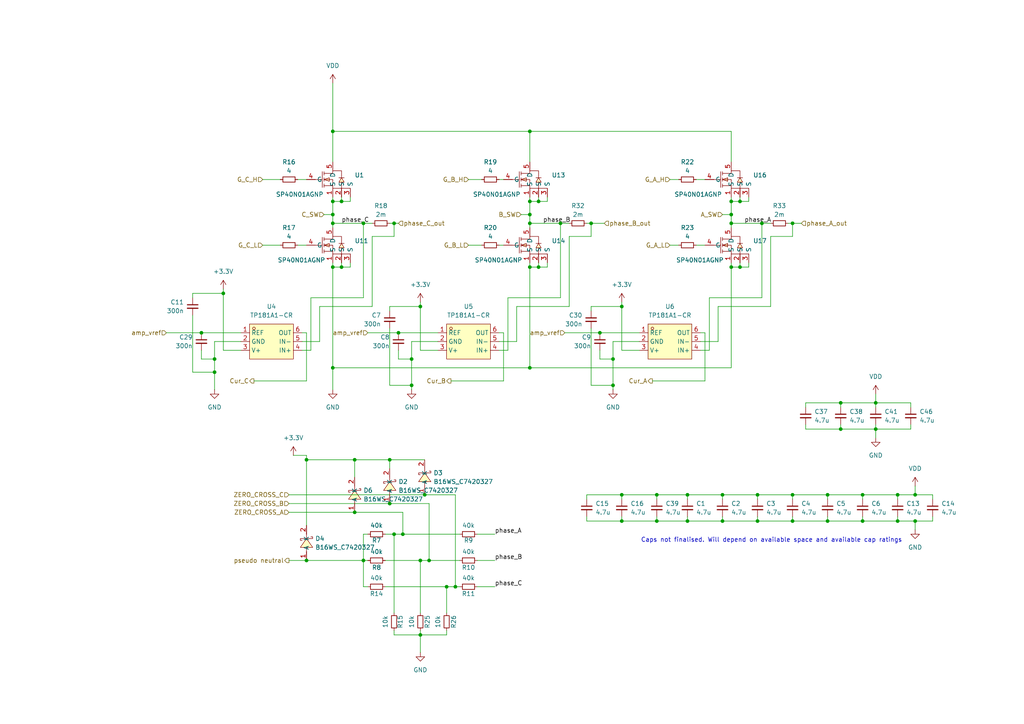
<source format=kicad_sch>
(kicad_sch (version 20231120) (generator "eeschema") (generator_version "8.0")
  (paper "A4")
  (lib_symbols
    (symbol "Device:C_Small" (pin_numbers hide) (pin_names (offset 0.254) hide)
      (property "Reference" "C" (at 0.254 1.778 0))
      (property "Value" "C_Small" (at 0.254 -2.032 0))
      (symbol "C_Small_0_1"
        (polyline (pts (xy -1.524 -0.508) (xy 1.524 -0.508)) (stroke (width 0.3302)))
        (polyline (pts (xy -1.524 0.508) (xy 1.524 0.508)) (stroke (width 0.3048)))
      )
      (symbol "C_Small_1_1"
        (pin passive line (at 0 2.54 270) (length 2.032) (name "~") (number "1"))
        (pin passive line (at 0 -2.54 90) (length 2.032) (name "~") (number "2"))
      )
    )
    (symbol "Device:R_Small" (pin_numbers hide) (pin_names (offset 0.254) hide)
      (property "Reference" "R" (at 0.762 0.508 0))
      (property "Value" "R_Small" (at 0.762 -1.016 0))
      (symbol "R_Small_0_1"
        (rectangle (start -0.762 1.778) (end 0.762 -1.778) (stroke (width 0.2032)))
      )
      (symbol "R_Small_1_1"
        (pin passive line (at 0 2.54 270) (length 0.762) (name "~") (number "1"))
        (pin passive line (at 0 -2.54 90) (length 0.762) (name "~") (number "2"))
      )
    )
    (symbol "easyeda2kicad:B16WS_C7420327"
      (property "Reference" "D" (at 0 5.08 0))
      (property "Value" "B16WS_C7420327" (at 0 -5.08 0))
      (symbol "B16WS_C7420327_0_1"
        (polyline (pts (xy -2.54 0) (xy -1.27 0)))
        (polyline (pts (xy 1.27 0) (xy 2.54 0)))
        (polyline (pts (xy -1.27 -1.78) (xy 1.27 0) (xy -1.27 1.78) (xy -1.27 -1.78)) (fill (type background)))
        (polyline (pts (xy 1.78 -1.27) (xy 1.78 -1.78) (xy 1.27 -1.78) (xy 1.27 1.78) (xy 0.76 1.78) (xy 0.76 1.27)))
        (pin unspecified line (at -5.08 0 0) (length 2.54) (name "A") (number "1"))
        (pin unspecified line (at 5.08 0 180) (length 2.54) (name "K") (number "2"))
      )
    )
    (symbol "easyeda2kicad:SP40N01AGNP"
      (property "Reference" "U" (at 0 10.16 0))
      (property "Value" "SP40N01AGNP" (at 0 -10.16 0))
      (symbol "SP40N01AGNP_0_1"
        (polyline (pts (xy -5.08 0) (xy -3.05 0)))
        (polyline (pts (xy -3.05 2.29) (xy -3.05 -2.29)))
        (polyline (pts (xy -2.54 -2.29) (xy -2.54 -1.27)))
        (polyline (pts (xy -2.54 -0.51) (xy -2.54 0.51)))
        (polyline (pts (xy -2.54 2.29) (xy -2.54 1.27)))
        (polyline (pts (xy 0 -1.78) (xy -2.54 -1.78)))
        (polyline (pts (xy -2.54 0) (xy -1.02 -0.51) (xy -1.02 0.51) (xy -2.54 0)) (fill (type background)))
        (polyline (pts (xy 2.54 0.51) (xy 1.78 -0.76) (xy 3.3 -0.76) (xy 2.54 0.51)) (fill (type background)))
        (polyline (pts (xy 3.3 0.51) (xy 3.05 0.51) (xy 2.03 0.51) (xy 1.78 0.51)))
        (polyline (pts (xy -2.54 0) (xy 0 0) (xy 0 -2.54) (xy 5.08 -2.54) (xy 2.54 -2.54) (xy 2.54 -0.76)))
        (polyline (pts (xy -2.54 1.78) (xy 0 1.78) (xy 0 2.54) (xy 2.54 2.54) (xy 2.54 2.54) (xy 2.54 0.51)))
        (pin unspecified line (at 0 -5.08 90) (length 2.54) (name "S") (number "1"))
        (pin unspecified line (at 2.54 -5.08 90) (length 2.54) (name "S") (number "2"))
        (pin unspecified line (at 5.08 -5.08 90) (length 2.54) (name "S") (number "3"))
        (pin unspecified line (at -7.62 0 0) (length 2.54) (name "G") (number "4"))
        (pin unspecified line (at 0 5.08 270) (length 2.54) (name "D") (number "5"))
      )
    )
    (symbol "easyeda2kicad:TP181A1-CR"
      (property "Reference" "U" (at 0 7.62 0))
      (property "Value" "TP181A1-CR" (at 0 -7.62 0))
      (symbol "TP181A1-CR_0_1"
        (rectangle (start -6.35 5.08) (end 6.35 -5.08) (fill (type background)))
        (circle (center -5.08 3.81) (radius 0.38))
        (pin unspecified line (at -8.89 2.54 0) (length 2.54) (name "REF") (number "1"))
        (pin unspecified line (at -8.89 0 0) (length 2.54) (name "GND") (number "2"))
        (pin unspecified line (at -8.89 -2.54 0) (length 2.54) (name "V+") (number "3"))
        (pin unspecified line (at 8.89 -2.54 180) (length 2.54) (name "IN+") (number "4"))
        (pin unspecified line (at 8.89 0 180) (length 2.54) (name "IN-") (number "5"))
        (pin unspecified line (at 8.89 2.54 180) (length 2.54) (name "OUT") (number "6"))
      )
    )
    (symbol "power:+3.3V" (power) (pin_numbers hide) (pin_names (offset 0) hide)
      (property "Value" "+3.3V" (at 0 3.556 0))
      (symbol "+3.3V_0_1"
        (polyline (pts (xy -0.762 1.27) (xy 0 2.54)))
        (polyline (pts (xy 0 0) (xy 0 2.54)))
        (polyline (pts (xy 0 2.54) (xy 0.762 1.27)))
      )
      (symbol "+3.3V_1_1"
        (pin power_in line (at 0 0 90) (length 0) (name "~") (number "1"))
      )
    )
    (symbol "power:GND" (power) (pin_numbers hide) (pin_names (offset 0) hide)
      (property "Value" "GND" (at 0 -3.81 0))
      (symbol "GND_0_1"
        (polyline (pts (xy 0 0) (xy 0 -1.27) (xy 1.27 -1.27) (xy 0 -2.54) (xy -1.27 -1.27) (xy 0 -1.27)))
      )
      (symbol "GND_1_1"
        (pin power_in line (at 0 0 270) (length 0) (name "~") (number "1"))
      )
    )
    (symbol "power:VDD" (power) (pin_numbers hide) (pin_names (offset 0) hide)
      (property "Value" "VDD" (at 0 3.556 0))
      (symbol "VDD_0_1"
        (polyline (pts (xy -0.762 1.27) (xy 0 2.54)))
        (polyline (pts (xy 0 0) (xy 0 2.54)))
        (polyline (pts (xy 0 2.54) (xy 0.762 1.27)))
      )
      (symbol "VDD_1_1"
        (pin power_in line (at 0 0 90) (length 0) (name "~") (number "1"))
      )
    )
  )
  (junction (at 156.21 58.42))
  (junction (at 209.55 151.13))
  (junction (at 88.9 162.56))
  (junction (at 99.06 58.42))
  (junction (at 102.87 148.59))
  (junction (at 153.67 58.42))
  (junction (at 153.67 62.23))
  (junction (at 212.09 58.42))
  (junction (at 180.34 143.51))
  (junction (at 119.38 111.76))
  (junction (at 243.84 116.84))
  (junction (at 219.71 143.51))
  (junction (at 64.77 85.09))
  (junction (at 260.35 143.51))
  (junction (at 212.09 77.47))
  (junction (at 153.67 64.77))
  (junction (at 220.98 64.77))
  (junction (at 162.56 64.77))
  (junction (at 114.3 154.94))
  (junction (at 254 116.84))
  (junction (at 199.39 143.51))
  (junction (at 173.99 96.52))
  (junction (at 250.19 151.13))
  (junction (at 177.8 111.76))
  (junction (at 250.19 143.51))
  (junction (at 171.45 64.77))
  (junction (at 99.06 77.47))
  (junction (at 96.52 38.1))
  (junction (at 153.67 77.47))
  (junction (at 199.39 151.13))
  (junction (at 119.38 104.14))
  (junction (at 102.87 133.35))
  (junction (at 123.19 143.51))
  (junction (at 212.09 64.77))
  (junction (at 190.5 143.51))
  (junction (at 180.34 151.13))
  (junction (at 212.09 62.23))
  (junction (at 240.03 151.13))
  (junction (at 96.52 106.68))
  (junction (at 113.03 133.35))
  (junction (at 243.84 124.46))
  (junction (at 58.42 96.52))
  (junction (at 96.52 62.23))
  (junction (at 219.71 151.13))
  (junction (at 156.21 77.47))
  (junction (at 121.92 184.15))
  (junction (at 88.9 133.35))
  (junction (at 124.46 162.56))
  (junction (at 240.03 143.51))
  (junction (at 153.67 38.1))
  (junction (at 96.52 58.42))
  (junction (at 190.5 151.13))
  (junction (at 121.92 88.9))
  (junction (at 180.34 88.9))
  (junction (at 229.87 151.13))
  (junction (at 96.52 77.47))
  (junction (at 260.35 151.13))
  (junction (at 214.63 77.47))
  (junction (at 214.63 58.42))
  (junction (at 265.43 151.13))
  (junction (at 116.84 154.94))
  (junction (at 265.43 143.51))
  (junction (at 115.57 96.52))
  (junction (at 62.23 104.14))
  (junction (at 229.87 64.77))
  (junction (at 62.23 107.95))
  (junction (at 254 124.46))
  (junction (at 209.55 143.51))
  (junction (at 113.03 146.05))
  (junction (at 121.92 162.56))
  (junction (at 129.54 170.18))
  (junction (at 114.3 64.77))
  (junction (at 132.08 170.18))
  (junction (at 105.41 162.56))
  (junction (at 177.8 104.14))
  (junction (at 105.41 64.77))
  (junction (at 153.67 106.68))
  (junction (at 229.87 143.51))
  (junction (at 96.52 64.77))
  (wire (pts (xy 209.55 143.51) (xy 219.71 143.51)))
  (wire (pts (xy 64.77 85.09) (xy 64.77 101.6)))
  (wire (pts (xy 233.68 123.19) (xy 233.68 124.46)))
  (wire (pts (xy 93.98 62.23) (xy 96.52 62.23)))
  (wire (pts (xy 111.76 170.18) (xy 129.54 170.18)))
  (wire (pts (xy 55.88 107.95) (xy 62.23 107.95)))
  (wire (pts (xy 88.9 133.35) (xy 102.87 133.35)))
  (wire (pts (xy 243.84 116.84) (xy 243.84 118.11)))
  (wire (pts (xy 121.92 189.23) (xy 121.92 184.15)))
  (wire (pts (xy 105.41 162.56) (xy 105.41 170.18)))
  (wire (pts (xy 113.03 133.35) (xy 113.03 135.89)))
  (wire (pts (xy 153.67 64.77) (xy 153.67 66.04)))
  (wire (pts (xy 55.88 85.09) (xy 64.77 85.09)))
  (wire (pts (xy 199.39 143.51) (xy 199.39 144.78)))
  (wire (pts (xy 212.09 64.77) (xy 212.09 66.04)))
  (wire (pts (xy 138.43 154.94) (xy 143.51 154.94)))
  (wire (pts (xy 194.31 52.07) (xy 196.85 52.07)))
  (wire (pts (xy 264.16 123.19) (xy 264.16 124.46)))
  (wire (pts (xy 212.09 57.15) (xy 212.09 58.42)))
  (wire (pts (xy 111.76 162.56) (xy 121.92 162.56)))
  (wire (pts (xy 203.2 99.06) (xy 208.28 99.06)))
  (wire (pts (xy 180.34 87.63) (xy 180.34 88.9)))
  (wire (pts (xy 113.03 88.9) (xy 121.92 88.9)))
  (wire (pts (xy 212.09 58.42) (xy 212.09 62.23)))
  (wire (pts (xy 165.1 68.58) (xy 171.45 68.58)))
  (wire (pts (xy 153.67 57.15) (xy 153.67 58.42)))
  (wire (pts (xy 121.92 88.9) (xy 121.92 101.6)))
  (wire (pts (xy 153.67 62.23) (xy 153.67 64.77)))
  (wire (pts (xy 180.34 88.9) (xy 180.34 101.6)))
  (wire (pts (xy 92.71 88.9) (xy 107.95 88.9)))
  (wire (pts (xy 130.81 110.49) (xy 146.05 110.49)))
  (wire (pts (xy 123.19 143.51) (xy 132.08 143.51)))
  (wire (pts (xy 203.2 96.52) (xy 204.47 96.52)))
  (wire (pts (xy 99.06 57.15) (xy 99.06 58.42)))
  (wire (pts (xy 90.17 86.36) (xy 105.41 86.36)))
  (wire (pts (xy 99.06 77.47) (xy 101.6 77.47)))
  (wire (pts (xy 96.52 64.77) (xy 96.52 66.04)))
  (wire (pts (xy 88.9 162.56) (xy 105.41 162.56)))
  (wire (pts (xy 96.52 58.42) (xy 96.52 62.23)))
  (wire (pts (xy 205.74 86.36) (xy 220.98 86.36)))
  (wire (pts (xy 170.18 151.13) (xy 180.34 151.13)))
  (wire (pts (xy 102.87 148.59) (xy 116.84 148.59)))
  (wire (pts (xy 162.56 64.77) (xy 165.1 64.77)))
  (wire (pts (xy 129.54 184.15) (xy 129.54 182.88)))
  (wire (pts (xy 144.78 71.12) (xy 146.05 71.12)))
  (wire (pts (xy 127 99.06) (xy 119.38 99.06)))
  (wire (pts (xy 99.06 58.42) (xy 96.52 58.42)))
  (wire (pts (xy 270.51 149.86) (xy 270.51 151.13)))
  (wire (pts (xy 250.19 143.51) (xy 250.19 144.78)))
  (wire (pts (xy 96.52 64.77) (xy 105.41 64.77)))
  (wire (pts (xy 180.34 151.13) (xy 190.5 151.13)))
  (wire (pts (xy 156.21 77.47) (xy 158.75 77.47)))
  (wire (pts (xy 265.43 151.13) (xy 265.43 153.67)))
  (wire (pts (xy 229.87 151.13) (xy 219.71 151.13)))
  (wire (pts (xy 208.28 88.9) (xy 208.28 99.06)))
  (wire (pts (xy 260.35 151.13) (xy 260.35 149.86)))
  (wire (pts (xy 173.99 101.6) (xy 173.99 104.14)))
  (wire (pts (xy 124.46 162.56) (xy 133.35 162.56)))
  (wire (pts (xy 55.88 91.44) (xy 55.88 107.95)))
  (wire (pts (xy 254 124.46) (xy 254 123.19)))
  (wire (pts (xy 171.45 64.77) (xy 175.26 64.77)))
  (wire (pts (xy 119.38 104.14) (xy 119.38 111.76)))
  (wire (pts (xy 87.63 101.6) (xy 90.17 101.6)))
  (wire (pts (xy 153.67 77.47) (xy 156.21 77.47)))
  (wire (pts (xy 260.35 143.51) (xy 260.35 144.78)))
  (wire (pts (xy 135.89 71.12) (xy 139.7 71.12)))
  (wire (pts (xy 96.52 106.68) (xy 96.52 113.03)))
  (wire (pts (xy 265.43 151.13) (xy 260.35 151.13)))
  (wire (pts (xy 105.41 64.77) (xy 107.95 64.77)))
  (wire (pts (xy 92.71 88.9) (xy 92.71 99.06)))
  (wire (pts (xy 177.8 99.06) (xy 177.8 104.14)))
  (wire (pts (xy 111.76 154.94) (xy 114.3 154.94)))
  (wire (pts (xy 153.67 76.2) (xy 153.67 77.47)))
  (wire (pts (xy 212.09 38.1) (xy 212.09 46.99)))
  (wire (pts (xy 209.55 151.13) (xy 219.71 151.13)))
  (wire (pts (xy 212.09 64.77) (xy 220.98 64.77)))
  (wire (pts (xy 180.34 149.86) (xy 180.34 151.13)))
  (wire (pts (xy 138.43 170.18) (xy 143.51 170.18)))
  (wire (pts (xy 219.71 143.51) (xy 219.71 144.78)))
  (wire (pts (xy 214.63 58.42) (xy 212.09 58.42)))
  (wire (pts (xy 144.78 101.6) (xy 147.32 101.6)))
  (wire (pts (xy 212.09 76.2) (xy 212.09 77.47)))
  (wire (pts (xy 254 114.3) (xy 254 116.84)))
  (wire (pts (xy 250.19 151.13) (xy 250.19 149.86)))
  (wire (pts (xy 185.42 101.6) (xy 180.34 101.6)))
  (wire (pts (xy 177.8 104.14) (xy 177.8 111.76)))
  (wire (pts (xy 99.06 76.2) (xy 99.06 77.47)))
  (wire (pts (xy 115.57 96.52) (xy 127 96.52)))
  (wire (pts (xy 171.45 90.17) (xy 171.45 88.9)))
  (wire (pts (xy 254 116.84) (xy 264.16 116.84)))
  (wire (pts (xy 173.99 96.52) (xy 185.42 96.52)))
  (wire (pts (xy 88.9 96.52) (xy 88.9 110.49)))
  (wire (pts (xy 113.03 133.35) (xy 123.19 133.35)))
  (wire (pts (xy 265.43 143.51) (xy 270.51 143.51)))
  (wire (pts (xy 62.23 107.95) (xy 62.23 113.03)))
  (wire (pts (xy 219.71 151.13) (xy 219.71 149.86)))
  (wire (pts (xy 135.89 52.07) (xy 139.7 52.07)))
  (wire (pts (xy 147.32 101.6) (xy 147.32 86.36)))
  (wire (pts (xy 194.31 71.12) (xy 196.85 71.12)))
  (wire (pts (xy 189.23 110.49) (xy 204.47 110.49)))
  (wire (pts (xy 240.03 151.13) (xy 229.87 151.13)))
  (wire (pts (xy 171.45 111.76) (xy 177.8 111.76)))
  (wire (pts (xy 114.3 184.15) (xy 121.92 184.15)))
  (wire (pts (xy 149.86 88.9) (xy 149.86 99.06)))
  (wire (pts (xy 62.23 99.06) (xy 62.23 104.14)))
  (wire (pts (xy 96.52 62.23) (xy 96.52 64.77)))
  (wire (pts (xy 260.35 143.51) (xy 265.43 143.51)))
  (wire (pts (xy 233.68 116.84) (xy 243.84 116.84)))
  (wire (pts (xy 83.82 148.59) (xy 102.87 148.59)))
  (wire (pts (xy 223.52 68.58) (xy 229.87 68.58)))
  (wire (pts (xy 113.03 146.05) (xy 124.46 146.05)))
  (wire (pts (xy 190.5 143.51) (xy 190.5 144.78)))
  (wire (pts (xy 165.1 88.9) (xy 165.1 68.58)))
  (wire (pts (xy 151.13 62.23) (xy 153.67 62.23)))
  (wire (pts (xy 107.95 68.58) (xy 114.3 68.58)))
  (wire (pts (xy 99.06 58.42) (xy 101.6 58.42)))
  (wire (pts (xy 119.38 111.76) (xy 119.38 113.03)))
  (wire (pts (xy 147.32 86.36) (xy 162.56 86.36)))
  (wire (pts (xy 214.63 77.47) (xy 217.17 77.47)))
  (wire (pts (xy 229.87 68.58) (xy 229.87 64.77)))
  (wire (pts (xy 199.39 151.13) (xy 209.55 151.13)))
  (wire (pts (xy 86.36 71.12) (xy 88.9 71.12)))
  (wire (pts (xy 180.34 143.51) (xy 190.5 143.51)))
  (wire (pts (xy 96.52 57.15) (xy 96.52 58.42)))
  (wire (pts (xy 173.99 104.14) (xy 177.8 104.14)))
  (wire (pts (xy 114.3 64.77) (xy 115.57 64.77)))
  (wire (pts (xy 229.87 143.51) (xy 229.87 144.78)))
  (wire (pts (xy 144.78 99.06) (xy 149.86 99.06)))
  (wire (pts (xy 163.83 96.52) (xy 173.99 96.52)))
  (wire (pts (xy 212.09 62.23) (xy 212.09 64.77)))
  (wire (pts (xy 83.82 162.56) (xy 88.9 162.56)))
  (wire (pts (xy 254 116.84) (xy 254 118.11)))
  (wire (pts (xy 190.5 151.13) (xy 190.5 149.86)))
  (wire (pts (xy 250.19 143.51) (xy 260.35 143.51)))
  (wire (pts (xy 243.84 116.84) (xy 254 116.84)))
  (wire (pts (xy 219.71 143.51) (xy 229.87 143.51)))
  (wire (pts (xy 201.93 71.12) (xy 204.47 71.12)))
  (wire (pts (xy 105.41 154.94) (xy 105.41 162.56)))
  (wire (pts (xy 114.3 154.94) (xy 114.3 177.8)))
  (wire (pts (xy 270.51 143.51) (xy 270.51 144.78)))
  (wire (pts (xy 58.42 104.14) (xy 62.23 104.14)))
  (wire (pts (xy 96.52 38.1) (xy 153.67 38.1)))
  (wire (pts (xy 180.34 143.51) (xy 180.34 144.78)))
  (wire (pts (xy 114.3 154.94) (xy 116.84 154.94)))
  (wire (pts (xy 260.35 151.13) (xy 250.19 151.13)))
  (wire (pts (xy 158.75 76.2) (xy 158.75 77.47)))
  (wire (pts (xy 190.5 143.51) (xy 199.39 143.51)))
  (wire (pts (xy 105.41 170.18) (xy 106.68 170.18)))
  (wire (pts (xy 64.77 83.82) (xy 64.77 85.09)))
  (wire (pts (xy 199.39 149.86) (xy 199.39 151.13)))
  (wire (pts (xy 58.42 96.52) (xy 69.85 96.52)))
  (wire (pts (xy 115.57 101.6) (xy 115.57 104.14)))
  (wire (pts (xy 153.67 38.1) (xy 212.09 38.1)))
  (wire (pts (xy 214.63 58.42) (xy 217.17 58.42)))
  (wire (pts (xy 129.54 170.18) (xy 129.54 177.8)))
  (wire (pts (xy 121.92 87.63) (xy 121.92 88.9)))
  (wire (pts (xy 170.18 143.51) (xy 180.34 143.51)))
  (wire (pts (xy 229.87 64.77) (xy 232.41 64.77)))
  (wire (pts (xy 205.74 101.6) (xy 205.74 86.36)))
  (wire (pts (xy 129.54 170.18) (xy 132.08 170.18)))
  (wire (pts (xy 171.45 68.58) (xy 171.45 64.77)))
  (wire (pts (xy 146.05 96.52) (xy 146.05 110.49)))
  (wire (pts (xy 102.87 133.35) (xy 102.87 138.43)))
  (wire (pts (xy 264.16 116.84) (xy 264.16 118.11)))
  (wire (pts (xy 87.63 99.06) (xy 92.71 99.06)))
  (wire (pts (xy 156.21 58.42) (xy 153.67 58.42)))
  (wire (pts (xy 113.03 64.77) (xy 114.3 64.77)))
  (wire (pts (xy 153.67 77.47) (xy 153.67 106.68)))
  (wire (pts (xy 106.68 154.94) (xy 105.41 154.94)))
  (wire (pts (xy 240.03 143.51) (xy 240.03 144.78)))
  (wire (pts (xy 240.03 143.51) (xy 250.19 143.51)))
  (wire (pts (xy 76.2 52.07) (xy 81.28 52.07)))
  (wire (pts (xy 85.09 132.08) (xy 88.9 132.08)))
  (wire (pts (xy 229.87 143.51) (xy 240.03 143.51)))
  (wire (pts (xy 127 101.6) (xy 121.92 101.6)))
  (wire (pts (xy 220.98 64.77) (xy 223.52 64.77)))
  (wire (pts (xy 217.17 76.2) (xy 217.17 77.47)))
  (wire (pts (xy 124.46 162.56) (xy 124.46 146.05)))
  (wire (pts (xy 190.5 151.13) (xy 199.39 151.13)))
  (wire (pts (xy 107.95 88.9) (xy 107.95 68.58)))
  (wire (pts (xy 69.85 101.6) (xy 64.77 101.6)))
  (wire (pts (xy 265.43 140.97) (xy 265.43 143.51)))
  (wire (pts (xy 185.42 99.06) (xy 177.8 99.06)))
  (wire (pts (xy 105.41 162.56) (xy 106.68 162.56)))
  (wire (pts (xy 96.52 77.47) (xy 99.06 77.47)))
  (wire (pts (xy 96.52 38.1) (xy 96.52 46.99)))
  (wire (pts (xy 115.57 104.14) (xy 119.38 104.14)))
  (wire (pts (xy 223.52 88.9) (xy 223.52 68.58)))
  (wire (pts (xy 149.86 88.9) (xy 165.1 88.9)))
  (wire (pts (xy 121.92 162.56) (xy 121.92 177.8)))
  (wire (pts (xy 121.92 162.56) (xy 124.46 162.56)))
  (wire (pts (xy 113.03 90.17) (xy 113.03 88.9)))
  (wire (pts (xy 62.23 104.14) (xy 62.23 107.95)))
  (wire (pts (xy 101.6 76.2) (xy 101.6 77.47)))
  (wire (pts (xy 96.52 76.2) (xy 96.52 77.47)))
  (wire (pts (xy 132.08 170.18) (xy 133.35 170.18)))
  (wire (pts (xy 212.09 77.47) (xy 214.63 77.47)))
  (wire (pts (xy 87.63 96.52) (xy 88.9 96.52)))
  (wire (pts (xy 105.41 86.36) (xy 105.41 64.77)))
  (wire (pts (xy 243.84 123.19) (xy 243.84 124.46)))
  (wire (pts (xy 233.68 124.46) (xy 243.84 124.46)))
  (wire (pts (xy 170.18 64.77) (xy 171.45 64.77)))
  (wire (pts (xy 243.84 124.46) (xy 254 124.46)))
  (wire (pts (xy 153.67 38.1) (xy 153.67 46.99)))
  (wire (pts (xy 228.6 64.77) (xy 229.87 64.77)))
  (wire (pts (xy 170.18 149.86) (xy 170.18 151.13)))
  (wire (pts (xy 86.36 52.07) (xy 88.9 52.07)))
  (wire (pts (xy 48.26 96.52) (xy 58.42 96.52)))
  (wire (pts (xy 158.75 57.15) (xy 158.75 58.42)))
  (wire (pts (xy 209.55 62.23) (xy 212.09 62.23)))
  (wire (pts (xy 58.42 101.6) (xy 58.42 104.14)))
  (wire (pts (xy 209.55 149.86) (xy 209.55 151.13)))
  (wire (pts (xy 113.03 95.25) (xy 113.03 111.76)))
  (wire (pts (xy 156.21 58.42) (xy 158.75 58.42)))
  (wire (pts (xy 209.55 143.51) (xy 209.55 144.78)))
  (wire (pts (xy 153.67 106.68) (xy 212.09 106.68)))
  (wire (pts (xy 254 124.46) (xy 254 127)))
  (wire (pts (xy 96.52 77.47) (xy 96.52 106.68)))
  (wire (pts (xy 171.45 95.25) (xy 171.45 111.76)))
  (wire (pts (xy 240.03 151.13) (xy 240.03 149.86)))
  (wire (pts (xy 121.92 184.15) (xy 129.54 184.15)))
  (wire (pts (xy 116.84 154.94) (xy 133.35 154.94)))
  (wire (pts (xy 214.63 76.2) (xy 214.63 77.47)))
  (wire (pts (xy 83.82 143.51) (xy 123.19 143.51)))
  (wire (pts (xy 114.3 182.88) (xy 114.3 184.15)))
  (wire (pts (xy 220.98 86.36) (xy 220.98 64.77)))
  (wire (pts (xy 144.78 52.07) (xy 146.05 52.07)))
  (wire (pts (xy 114.3 68.58) (xy 114.3 64.77)))
  (wire (pts (xy 113.03 111.76) (xy 119.38 111.76)))
  (wire (pts (xy 153.67 106.68) (xy 96.52 106.68)))
  (wire (pts (xy 217.17 57.15) (xy 217.17 58.42)))
  (wire (pts (xy 88.9 133.35) (xy 88.9 152.4)))
  (wire (pts (xy 212.09 77.47) (xy 212.09 106.68)))
  (wire (pts (xy 101.6 57.15) (xy 101.6 58.42)))
  (wire (pts (xy 96.52 24.13) (xy 96.52 38.1)))
  (wire (pts (xy 102.87 133.35) (xy 113.03 133.35)))
  (wire (pts (xy 83.82 146.05) (xy 113.03 146.05)))
  (wire (pts (xy 203.2 101.6) (xy 205.74 101.6)))
  (wire (pts (xy 264.16 124.46) (xy 254 124.46)))
  (wire (pts (xy 250.19 151.13) (xy 240.03 151.13)))
  (wire (pts (xy 55.88 86.36) (xy 55.88 85.09)))
  (wire (pts (xy 156.21 76.2) (xy 156.21 77.47)))
  (wire (pts (xy 229.87 151.13) (xy 229.87 149.86)))
  (wire (pts (xy 73.66 110.49) (xy 88.9 110.49)))
  (wire (pts (xy 156.21 57.15) (xy 156.21 58.42)))
  (wire (pts (xy 201.93 52.07) (xy 204.47 52.07)))
  (wire (pts (xy 270.51 151.13) (xy 265.43 151.13)))
  (wire (pts (xy 233.68 116.84) (xy 233.68 118.11)))
  (wire (pts (xy 138.43 162.56) (xy 143.51 162.56)))
  (wire (pts (xy 204.47 96.52) (xy 204.47 110.49)))
  (wire (pts (xy 153.67 58.42) (xy 153.67 62.23)))
  (wire (pts (xy 171.45 88.9) (xy 180.34 88.9)))
  (wire (pts (xy 144.78 96.52) (xy 146.05 96.52)))
  (wire (pts (xy 199.39 143.51) (xy 209.55 143.51)))
  (wire (pts (xy 153.67 64.77) (xy 162.56 64.77)))
  (wire (pts (xy 119.38 99.06) (xy 119.38 104.14)))
  (wire (pts (xy 132.08 170.18) (xy 132.08 143.51)))
  (wire (pts (xy 90.17 101.6) (xy 90.17 86.36)))
  (wire (pts (xy 76.2 71.12) (xy 81.28 71.12)))
  (wire (pts (xy 88.9 132.08) (xy 88.9 133.35)))
  (wire (pts (xy 69.85 99.06) (xy 62.23 99.06)))
  (wire (pts (xy 162.56 86.36) (xy 162.56 64.77)))
  (wire (pts (xy 170.18 143.51) (xy 170.18 144.78)))
  (wire (pts (xy 208.28 88.9) (xy 223.52 88.9)))
  (wire (pts (xy 116.84 154.94) (xy 116.84 148.59)))
  (wire (pts (xy 106.68 96.52) (xy 115.57 96.52)))
  (wire (pts (xy 177.8 111.76) (xy 177.8 113.03)))
  (wire (pts (xy 214.63 57.15) (xy 214.63 58.42)))
  (wire (pts (xy 121.92 184.15) (xy 121.92 182.88)))
  (text "Caps not finalised. Will depend on available space and available cap ratings\n" (at 223.774 156.718 0) (effects (font (size 1.27 1.27))))
  (label "phase_B" (at 157.48 64.77 0))
  (label "phase_C" (at 99.06 64.77 0))
  (label "phase_C" (at 143.51 170.18 0))
  (label "phase_B" (at 143.51 162.56 0))
  (label "phase_A" (at 215.9 64.77 0))
  (label "phase_A" (at 143.51 154.94 0))
  (hierarchical_label "G_B_H" (shape input) (at 135.89 52.07 180))
  (hierarchical_label "A_SW" (shape input) (at 209.55 62.23 180))
  (hierarchical_label "ZERO_CROSS_A" (shape input) (at 83.82 148.59 180))
  (hierarchical_label "amp_vref" (shape input) (at 48.26 96.52 180))
  (hierarchical_label "Cur_A" (shape output) (at 189.23 110.49 180))
  (hierarchical_label "G_C_L" (shape input) (at 76.2 71.12 180))
  (hierarchical_label "Cur_B" (shape output) (at 130.81 110.49 180))
  (hierarchical_label "pseudo neutral" (shape output) (at 83.82 162.56 180))
  (hierarchical_label "G_A_H" (shape input) (at 194.31 52.07 180))
  (hierarchical_label "Cur_C" (shape output) (at 73.66 110.49 180))
  (hierarchical_label "amp_vref" (shape input) (at 106.68 96.52 180))
  (hierarchical_label "ZERO_CROSS_B" (shape input) (at 83.82 146.05 180))
  (hierarchical_label "phase_C_out" (shape input) (at 115.57 64.77 0))
  (hierarchical_label "G_A_L" (shape input) (at 194.31 71.12 180))
  (hierarchical_label "ZERO_CROSS_C" (shape input) (at 83.82 143.51 180))
  (hierarchical_label "C_SW" (shape input) (at 93.98 62.23 180))
  (hierarchical_label "amp_vref" (shape input) (at 163.83 96.52 180))
  (hierarchical_label "phase_B_out" (shape input) (at 175.26 64.77 0))
  (hierarchical_label "G_C_H" (shape input) (at 76.2 52.07 180))
  (hierarchical_label "G_B_L" (shape input) (at 135.89 71.12 180))
  (hierarchical_label "phase_A_out" (shape input) (at 232.41 64.77 0))
  (hierarchical_label "B_SW" (shape input) (at 151.13 62.23 180))
  (symbol (lib_id "Device:R_Small") (at 109.22 154.94 90) (unit 1)
    (property "Reference" "R7" (at 109.22 156.718 90))
    (property "Value" "40k" (at 109.22 152.4 90))
    (property "Footprint" "Resistor_SMD:R_0402_1005Metric" (effects (hide yes)))
    (property "Description" "Resistor, small symbol" (effects (hide yes)))
  )
  (symbol (lib_id "Device:C_Small") (at 209.55 147.32 0) (unit 1)
    (property "Reference" "C2" (at 212.09 146.0562 0) (effects (justify left)))
    (property "Value" "4.7u" (at 212.09 148.5962 0) (effects (justify left)))
    (property "Footprint" "Capacitor_SMD:C_1210_3225Metric" (effects (hide yes)))
    (property "Description" "Unpolarized capacitor, small symbol" (effects (hide yes)))
  )
  (symbol (lib_id "Device:R_Small") (at 135.89 162.56 90) (unit 1)
    (property "Reference" "R10" (at 135.89 164.592 90))
    (property "Value" "40k" (at 135.89 160.02 90))
    (property "Footprint" "Resistor_SMD:R_0402_1005Metric" (effects (hide yes)))
    (property "Description" "Resistor, small symbol" (effects (hide yes)))
  )
  (symbol (lib_id "easyeda2kicad:B16WS_C7420327") (at 88.9 157.48 90) (unit 1)
    (property "Reference" "D4" (at 91.44 156.2099 90) (effects (justify right)))
    (property "Value" "B16WS_C7420327" (at 91.44 158.7499 90) (effects (justify right)))
    (property "Footprint" "easyeda2kicad:SOD-323_L1.7-W1.3-LS2.5-FD" (effects (hide yes)))
    (property "LCSC Part" "C7420327" (effects (hide yes)))
  )
  (symbol (lib_id "Device:C_Small") (at 250.19 147.32 0) (unit 1)
    (property "Reference" "C6" (at 252.73 146.0562 0) (effects (justify left)))
    (property "Value" "4.7u" (at 252.73 148.5962 0) (effects (justify left)))
    (property "Footprint" "Capacitor_SMD:C_1210_3225Metric" (effects (hide yes)))
    (property "Description" "Unpolarized capacitor, small symbol" (effects (hide yes)))
  )
  (symbol (lib_id "easyeda2kicad:B16WS_C7420327") (at 123.19 138.43 90) (unit 1)
    (property "Reference" "D3" (at 125.73 137.1599 90) (effects (justify right)))
    (property "Value" "B16WS_C7420327" (at 125.73 139.6999 90) (effects (justify right)))
    (property "Footprint" "easyeda2kicad:SOD-323_L1.7-W1.3-LS2.5-FD" (effects (hide yes)))
    (property "LCSC Part" "C7420327" (effects (hide yes)))
  )
  (symbol (lib_id "power:+3.3V") (at 85.09 132.08 0) (unit 1)
    (property "Reference" "#PWR035" (effects (hide yes)))
    (property "Value" "+3.3V" (at 85.09 127 0))
    (property "Description" "Power symbol creates a global label with name \"+3.3V\"" (effects (hide yes)))
  )
  (symbol (lib_id "easyeda2kicad:SP40N01AGNP") (at 96.52 52.07 0) (unit 1)
    (property "Reference" "U1" (at 102.87 50.7999 0) (effects (justify left)))
    (property "Value" "SP40N01AGNP" (at 80.01 56.388 0) (effects (justify left)))
    (property "Footprint" "easyeda2kicad:DFN-5_L4.9-W5.9-P1.27-LS6.2-BL" (effects (hide yes)))
    (property "LCSC Part" "C22385414" (effects (hide yes)))
  )
  (symbol (lib_id "easyeda2kicad:SP40N01AGNP") (at 212.09 71.12 0) (unit 1)
    (property "Reference" "U17" (at 218.44 69.8499 0) (effects (justify left)))
    (property "Value" "SP40N01AGNP" (at 196.088 75.438 0) (effects (justify left)))
    (property "Footprint" "easyeda2kicad:DFN-5_L4.9-W5.9-P1.27-LS6.2-BL" (effects (hide yes)))
    (property "LCSC Part" "C22385414" (effects (hide yes)))
  )
  (symbol (lib_id "Device:C_Small") (at 264.16 120.65 0) (unit 1)
    (property "Reference" "C46" (at 266.7 119.3862 0) (effects (justify left)))
    (property "Value" "4.7u" (at 266.7 121.9262 0) (effects (justify left)))
    (property "Footprint" "Capacitor_SMD:C_1210_3225Metric" (effects (hide yes)))
    (property "Description" "Unpolarized capacitor, small symbol" (effects (hide yes)))
  )
  (symbol (lib_id "Device:R_Small") (at 142.24 71.12 90) (unit 1)
    (property "Reference" "R20" (at 142.24 66.04 90))
    (property "Value" "4" (at 142.24 68.58 90))
    (property "Footprint" "Resistor_SMD:R_0603_1608Metric" (effects (hide yes)))
    (property "Description" "Resistor, small symbol" (effects (hide yes)))
  )
  (symbol (lib_id "easyeda2kicad:SP40N01AGNP") (at 153.67 71.12 0) (unit 1)
    (property "Reference" "U14" (at 160.02 69.8499 0) (effects (justify left)))
    (property "Value" "SP40N01AGNP" (at 137.668 75.438 0) (effects (justify left)))
    (property "Footprint" "easyeda2kicad:DFN-5_L4.9-W5.9-P1.27-LS6.2-BL" (effects (hide yes)))
    (property "LCSC Part" "C22385414" (effects (hide yes)))
  )
  (symbol (lib_id "power:GND") (at 96.52 113.03 0) (unit 1)
    (property "Reference" "#PWR016" (effects (hide yes)))
    (property "Value" "GND" (at 96.52 118.11 0))
    (property "Description" "Power symbol creates a global label with name \"GND\" , ground" (effects (hide yes)))
  )
  (symbol (lib_id "Device:R_Small") (at 83.82 52.07 90) (unit 1)
    (property "Reference" "R16" (at 83.82 46.99 90))
    (property "Value" "4" (at 83.82 49.53 90))
    (property "Footprint" "Resistor_SMD:R_0603_1608Metric" (effects (hide yes)))
    (property "Description" "Resistor, small symbol" (effects (hide yes)))
  )
  (symbol (lib_id "Device:R_Small") (at 142.24 52.07 90) (unit 1)
    (property "Reference" "R19" (at 142.24 46.99 90))
    (property "Value" "4" (at 142.24 49.53 90))
    (property "Footprint" "Resistor_SMD:R_0603_1608Metric" (effects (hide yes)))
    (property "Description" "Resistor, small symbol" (effects (hide yes)))
  )
  (symbol (lib_id "power:GND") (at 62.23 113.03 0) (unit 1)
    (property "Reference" "#PWR010" (effects (hide yes)))
    (property "Value" "GND" (at 62.23 118.11 0))
    (property "Description" "Power symbol creates a global label with name \"GND\" , ground" (effects (hide yes)))
  )
  (symbol (lib_id "power:GND") (at 177.8 113.03 0) (unit 1)
    (property "Reference" "#PWR018" (effects (hide yes)))
    (property "Value" "GND" (at 177.8 118.11 0))
    (property "Description" "Power symbol creates a global label with name \"GND\" , ground" (effects (hide yes)))
  )
  (symbol (lib_id "Device:R_Small") (at 226.06 64.77 270) (unit 1)
    (property "Reference" "R33" (at 226.06 59.69 90))
    (property "Value" "2m" (at 226.06 62.23 90))
    (property "Footprint" "Resistor_SMD:R_2512_6332Metric" (effects (hide yes)))
    (property "Description" "Resistor, small symbol" (effects (hide yes)))
  )
  (symbol (lib_id "power:+3.3V") (at 64.77 83.82 0) (unit 1)
    (property "Reference" "#PWR013" (effects (hide yes)))
    (property "Value" "+3.3V" (at 64.77 78.74 0))
    (property "Description" "Power symbol creates a global label with name \"+3.3V\"" (effects (hide yes)))
  )
  (symbol (lib_id "Device:R_Small") (at 121.92 180.34 180) (unit 1)
    (property "Reference" "R25" (at 123.952 180.34 90))
    (property "Value" "10k" (at 119.38 180.34 90))
    (property "Footprint" "Resistor_SMD:R_0402_1005Metric" (effects (hide yes)))
    (property "Description" "Resistor, small symbol" (effects (hide yes)))
  )
  (symbol (lib_id "Device:R_Small") (at 114.3 180.34 180) (unit 1)
    (property "Reference" "R15" (at 116.078 180.34 90))
    (property "Value" "10k" (at 111.76 180.34 90))
    (property "Footprint" "Resistor_SMD:R_0402_1005Metric" (effects (hide yes)))
    (property "Description" "Resistor, small symbol" (effects (hide yes)))
  )
  (symbol (lib_id "easyeda2kicad:B16WS_C7420327") (at 102.87 143.51 90) (unit 1)
    (property "Reference" "D6" (at 105.41 142.2399 90) (effects (justify right)))
    (property "Value" "B16WS_C7420327" (at 105.41 144.7799 90) (effects (justify right)))
    (property "Footprint" "easyeda2kicad:SOD-323_L1.7-W1.3-LS2.5-FD" (effects (hide yes)))
    (property "LCSC Part" "C7420327" (effects (hide yes)))
  )
  (symbol (lib_id "Device:C_Small") (at 171.45 92.71 0) (mirror y) (unit 1)
    (property "Reference" "C30" (at 168.91 91.4462 0) (effects (justify left)))
    (property "Value" "300n" (at 168.91 93.9862 0) (effects (justify left)))
    (property "Footprint" "Capacitor_SMD:C_0402_1005Metric" (effects (hide yes)))
    (property "Description" "Unpolarized capacitor, small symbol" (effects (hide yes)))
  )
  (symbol (lib_id "Device:R_Small") (at 109.22 162.56 90) (unit 1)
    (property "Reference" "R8" (at 109.22 164.592 90))
    (property "Value" "40k" (at 109.22 160.02 90))
    (property "Footprint" "Resistor_SMD:R_0402_1005Metric" (effects (hide yes)))
    (property "Description" "Resistor, small symbol" (effects (hide yes)))
  )
  (symbol (lib_id "Device:R_Small") (at 135.89 154.94 90) (unit 1)
    (property "Reference" "R9" (at 135.89 156.718 90))
    (property "Value" "40k" (at 135.89 152.4 90))
    (property "Footprint" "Resistor_SMD:R_0402_1005Metric" (effects (hide yes)))
    (property "Description" "Resistor, small symbol" (effects (hide yes)))
  )
  (symbol (lib_id "Device:C_Small") (at 115.57 99.06 0) (mirror y) (unit 1)
    (property "Reference" "C8" (at 113.03 97.7962 0) (effects (justify left)))
    (property "Value" "300n" (at 113.03 100.3362 0) (effects (justify left)))
    (property "Footprint" "Capacitor_SMD:C_0402_1005Metric" (effects (hide yes)))
    (property "Description" "Unpolarized capacitor, small symbol" (effects (hide yes)))
  )
  (symbol (lib_id "Device:C_Small") (at 243.84 120.65 0) (unit 1)
    (property "Reference" "C38" (at 246.38 119.3862 0) (effects (justify left)))
    (property "Value" "4.7u" (at 246.38 121.9262 0) (effects (justify left)))
    (property "Footprint" "Capacitor_SMD:C_1210_3225Metric" (effects (hide yes)))
    (property "Description" "Unpolarized capacitor, small symbol" (effects (hide yes)))
  )
  (symbol (lib_id "Device:C_Small") (at 260.35 147.32 0) (unit 1)
    (property "Reference" "C13" (at 262.89 146.0562 0) (effects (justify left)))
    (property "Value" "4.7u" (at 262.89 148.5962 0) (effects (justify left)))
    (property "Footprint" "Capacitor_SMD:C_1210_3225Metric" (effects (hide yes)))
    (property "Description" "Unpolarized capacitor, small symbol" (effects (hide yes)))
  )
  (symbol (lib_id "Device:C_Small") (at 240.03 147.32 0) (unit 1)
    (property "Reference" "C5" (at 242.57 146.0562 0) (effects (justify left)))
    (property "Value" "4.7u" (at 242.57 148.5962 0) (effects (justify left)))
    (property "Footprint" "Capacitor_SMD:C_1210_3225Metric" (effects (hide yes)))
    (property "Description" "Unpolarized capacitor, small symbol" (effects (hide yes)))
  )
  (symbol (lib_id "easyeda2kicad:TP181A1-CR") (at 135.89 99.06 0) (unit 1)
    (property "Reference" "U5" (at 135.89 88.9 0))
    (property "Value" "TP181A1-CR" (at 135.89 91.44 0))
    (property "Footprint" "easyeda2kicad:SC70-6_L2.1-W1.3-P0.65-LS2.3-BL" (effects (hide yes)))
    (property "LCSC Part" "C2902349" (effects (hide yes)))
  )
  (symbol (lib_id "Device:C_Small") (at 199.39 147.32 0) (unit 1)
    (property "Reference" "C1" (at 201.93 146.0562 0) (effects (justify left)))
    (property "Value" "4.7u" (at 201.93 148.5962 0) (effects (justify left)))
    (property "Footprint" "Capacitor_SMD:C_1210_3225Metric" (effects (hide yes)))
    (property "Description" "Unpolarized capacitor, small symbol" (effects (hide yes)))
  )
  (symbol (lib_id "Device:C_Small") (at 219.71 147.32 0) (unit 1)
    (property "Reference" "C3" (at 222.25 146.0562 0) (effects (justify left)))
    (property "Value" "4.7u" (at 222.25 148.5962 0) (effects (justify left)))
    (property "Footprint" "Capacitor_SMD:C_1210_3225Metric" (effects (hide yes)))
    (property "Description" "Unpolarized capacitor, small symbol" (effects (hide yes)))
  )
  (symbol (lib_id "Device:C_Small") (at 254 120.65 0) (unit 1)
    (property "Reference" "C41" (at 256.54 119.3862 0) (effects (justify left)))
    (property "Value" "4.7u" (at 256.54 121.9262 0) (effects (justify left)))
    (property "Footprint" "Capacitor_SMD:C_1210_3225Metric" (effects (hide yes)))
    (property "Description" "Unpolarized capacitor, small symbol" (effects (hide yes)))
  )
  (symbol (lib_id "power:VDD") (at 265.43 140.97 0) (unit 1)
    (property "Reference" "#PWR02" (effects (hide yes)))
    (property "Value" "VDD" (at 265.43 135.89 0))
    (property "Description" "Power symbol creates a global label with name \"VDD\"" (effects (hide yes)))
  )
  (symbol (lib_id "power:+3.3V") (at 121.92 87.63 0) (unit 1)
    (property "Reference" "#PWR017" (effects (hide yes)))
    (property "Value" "+3.3V" (at 121.92 82.55 0))
    (property "Description" "Power symbol creates a global label with name \"+3.3V\"" (effects (hide yes)))
  )
  (symbol (lib_id "power:GND") (at 265.43 153.67 0) (unit 1)
    (property "Reference" "#PWR01" (effects (hide yes)))
    (property "Value" "GND" (at 265.43 158.75 0))
    (property "Description" "Power symbol creates a global label with name \"GND\" , ground" (effects (hide yes)))
  )
  (symbol (lib_id "power:+3.3V") (at 180.34 87.63 0) (unit 1)
    (property "Reference" "#PWR019" (effects (hide yes)))
    (property "Value" "+3.3V" (at 180.34 82.55 0))
    (property "Description" "Power symbol creates a global label with name \"+3.3V\"" (effects (hide yes)))
  )
  (symbol (lib_id "Device:C_Small") (at 173.99 99.06 0) (mirror y) (unit 1)
    (property "Reference" "C9" (at 171.45 97.7962 0) (effects (justify left)))
    (property "Value" "300n" (at 171.45 100.3362 0) (effects (justify left)))
    (property "Footprint" "Capacitor_SMD:C_0402_1005Metric" (effects (hide yes)))
    (property "Description" "Unpolarized capacitor, small symbol" (effects (hide yes)))
  )
  (symbol (lib_id "Device:C_Small") (at 180.34 147.32 0) (unit 1)
    (property "Reference" "C16" (at 182.88 146.0562 0) (effects (justify left)))
    (property "Value" "4.7u" (at 182.88 148.5962 0) (effects (justify left)))
    (property "Footprint" "Capacitor_SMD:C_1210_3225Metric" (effects (hide yes)))
    (property "Description" "Unpolarized capacitor, small symbol" (effects (hide yes)))
  )
  (symbol (lib_id "Device:R_Small") (at 135.89 170.18 90) (unit 1)
    (property "Reference" "R11" (at 135.89 172.212 90))
    (property "Value" "40k" (at 135.89 167.64 90))
    (property "Footprint" "Resistor_SMD:R_0402_1005Metric" (effects (hide yes)))
    (property "Description" "Resistor, small symbol" (effects (hide yes)))
  )
  (symbol (lib_id "Device:C_Small") (at 55.88 88.9 0) (mirror y) (unit 1)
    (property "Reference" "C11" (at 53.34 87.6362 0) (effects (justify left)))
    (property "Value" "300n" (at 53.34 90.1762 0) (effects (justify left)))
    (property "Footprint" "Capacitor_SMD:C_0402_1005Metric" (effects (hide yes)))
    (property "Description" "Unpolarized capacitor, small symbol" (effects (hide yes)))
  )
  (symbol (lib_id "power:VDD") (at 96.52 24.13 0) (unit 1)
    (property "Reference" "#PWR015" (effects (hide yes)))
    (property "Value" "VDD" (at 96.52 19.05 0))
    (property "Description" "Power symbol creates a global label with name \"VDD\"" (effects (hide yes)))
  )
  (symbol (lib_id "easyeda2kicad:B16WS_C7420327") (at 113.03 140.97 90) (unit 1)
    (property "Reference" "D2" (at 115.57 139.6999 90) (effects (justify right)))
    (property "Value" "B16WS_C7420327" (at 115.57 142.2399 90) (effects (justify right)))
    (property "Footprint" "easyeda2kicad:SOD-323_L1.7-W1.3-LS2.5-FD" (effects (hide yes)))
    (property "LCSC Part" "C7420327" (effects (hide yes)))
  )
  (symbol (lib_id "Device:R_Small") (at 199.39 52.07 90) (unit 1)
    (property "Reference" "R22" (at 199.39 46.99 90))
    (property "Value" "4" (at 199.39 49.53 90))
    (property "Footprint" "Resistor_SMD:R_0603_1608Metric" (effects (hide yes)))
    (property "Description" "Resistor, small symbol" (effects (hide yes)))
  )
  (symbol (lib_id "Device:C_Small") (at 58.42 99.06 0) (mirror y) (unit 1)
    (property "Reference" "C29" (at 55.88 97.7962 0) (effects (justify left)))
    (property "Value" "300n" (at 55.88 100.3362 0) (effects (justify left)))
    (property "Footprint" "Capacitor_SMD:C_0402_1005Metric" (effects (hide yes)))
    (property "Description" "Unpolarized capacitor, small symbol" (effects (hide yes)))
  )
  (symbol (lib_id "Device:C_Small") (at 190.5 147.32 0) (unit 1)
    (property "Reference" "C39" (at 193.04 146.0562 0) (effects (justify left)))
    (property "Value" "4.7u" (at 193.04 148.5962 0) (effects (justify left)))
    (property "Footprint" "Capacitor_SMD:C_1210_3225Metric" (effects (hide yes)))
    (property "Description" "Unpolarized capacitor, small symbol" (effects (hide yes)))
  )
  (symbol (lib_id "easyeda2kicad:TP181A1-CR") (at 78.74 99.06 0) (unit 1)
    (property "Reference" "U4" (at 78.74 88.9 0))
    (property "Value" "TP181A1-CR" (at 78.74 91.44 0))
    (property "Footprint" "easyeda2kicad:SC70-6_L2.1-W1.3-P0.65-LS2.3-BL" (effects (hide yes)))
    (property "LCSC Part" "C2902349" (effects (hide yes)))
  )
  (symbol (lib_id "easyeda2kicad:SP40N01AGNP") (at 153.67 52.07 0) (unit 1)
    (property "Reference" "U13" (at 160.02 50.7999 0) (effects (justify left)))
    (property "Value" "SP40N01AGNP" (at 137.16 56.388 0) (effects (justify left)))
    (property "Footprint" "easyeda2kicad:DFN-5_L4.9-W5.9-P1.27-LS6.2-BL" (effects (hide yes)))
    (property "LCSC Part" "C22385414" (effects (hide yes)))
  )
  (symbol (lib_id "Device:R_Small") (at 83.82 71.12 90) (unit 1)
    (property "Reference" "R17" (at 83.82 66.04 90))
    (property "Value" "4" (at 83.82 68.58 90))
    (property "Footprint" "Resistor_SMD:R_0603_1608Metric" (effects (hide yes)))
    (property "Description" "Resistor, small symbol" (effects (hide yes)))
  )
  (symbol (lib_id "easyeda2kicad:SP40N01AGNP") (at 212.09 52.07 0) (unit 1)
    (property "Reference" "U16" (at 218.44 50.7999 0) (effects (justify left)))
    (property "Value" "SP40N01AGNP" (at 195.58 56.388 0) (effects (justify left)))
    (property "Footprint" "easyeda2kicad:DFN-5_L4.9-W5.9-P1.27-LS6.2-BL" (effects (hide yes)))
    (property "LCSC Part" "C22385414" (effects (hide yes)))
  )
  (symbol (lib_id "power:VDD") (at 254 114.3 0) (unit 1)
    (property "Reference" "#PWR064" (effects (hide yes)))
    (property "Value" "VDD" (at 254 109.22 0))
    (property "Description" "Power symbol creates a global label with name \"VDD\"" (effects (hide yes)))
  )
  (symbol (lib_id "power:GND") (at 119.38 113.03 0) (unit 1)
    (property "Reference" "#PWR014" (effects (hide yes)))
    (property "Value" "GND" (at 119.38 118.11 0))
    (property "Description" "Power symbol creates a global label with name \"GND\" , ground" (effects (hide yes)))
  )
  (symbol (lib_id "Device:R_Small") (at 199.39 71.12 90) (unit 1)
    (property "Reference" "R23" (at 199.39 66.04 90))
    (property "Value" "4" (at 199.39 68.58 90))
    (property "Footprint" "Resistor_SMD:R_0603_1608Metric" (effects (hide yes)))
    (property "Description" "Resistor, small symbol" (effects (hide yes)))
  )
  (symbol (lib_id "Device:C_Small") (at 229.87 147.32 0) (unit 1)
    (property "Reference" "C4" (at 232.41 146.0562 0) (effects (justify left)))
    (property "Value" "4.7u" (at 232.41 148.5962 0) (effects (justify left)))
    (property "Footprint" "Capacitor_SMD:C_1210_3225Metric" (effects (hide yes)))
    (property "Description" "Unpolarized capacitor, small symbol" (effects (hide yes)))
  )
  (symbol (lib_id "power:GND") (at 254 127 0) (unit 1)
    (property "Reference" "#PWR065" (effects (hide yes)))
    (property "Value" "GND" (at 254 132.08 0))
    (property "Description" "Power symbol creates a global label with name \"GND\" , ground" (effects (hide yes)))
  )
  (symbol (lib_id "Device:R_Small") (at 110.49 64.77 270) (unit 1)
    (property "Reference" "R18" (at 110.49 59.69 90))
    (property "Value" "2m" (at 110.49 62.23 90))
    (property "Footprint" "Resistor_SMD:R_2512_6332Metric" (effects (hide yes)))
    (property "Description" "Resistor, small symbol" (effects (hide yes)))
  )
  (symbol (lib_id "power:GND") (at 121.92 189.23 0) (unit 1)
    (property "Reference" "#PWR034" (effects (hide yes)))
    (property "Value" "GND" (at 121.92 194.31 0))
    (property "Description" "Power symbol creates a global label with name \"GND\" , ground" (effects (hide yes)))
  )
  (symbol (lib_id "Device:C_Small") (at 270.51 147.32 0) (unit 1)
    (property "Reference" "C14" (at 273.05 146.0562 0) (effects (justify left)))
    (property "Value" "4.7u" (at 273.05 148.5962 0) (effects (justify left)))
    (property "Footprint" "Capacitor_SMD:C_1210_3225Metric" (effects (hide yes)))
    (property "Description" "Unpolarized capacitor, small symbol" (effects (hide yes)))
  )
  (symbol (lib_id "easyeda2kicad:SP40N01AGNP") (at 96.52 71.12 0) (unit 1)
    (property "Reference" "U11" (at 102.87 69.8499 0) (effects (justify left)))
    (property "Value" "SP40N01AGNP" (at 80.518 75.438 0) (effects (justify left)))
    (property "Footprint" "easyeda2kicad:DFN-5_L4.9-W5.9-P1.27-LS6.2-BL" (effects (hide yes)))
    (property "LCSC Part" "C22385414" (effects (hide yes)))
  )
  (symbol (lib_id "easyeda2kicad:TP181A1-CR") (at 194.31 99.06 0) (unit 1)
    (property "Reference" "U6" (at 194.31 88.9 0))
    (property "Value" "TP181A1-CR" (at 194.31 91.44 0))
    (property "Footprint" "easyeda2kicad:SC70-6_L2.1-W1.3-P0.65-LS2.3-BL" (effects (hide yes)))
    (property "LCSC Part" "C2902349" (effects (hide yes)))
  )
  (symbol (lib_id "Device:R_Small") (at 167.64 64.77 270) (unit 1)
    (property "Reference" "R32" (at 167.64 59.69 90))
    (property "Value" "2m" (at 167.64 62.23 90))
    (property "Footprint" "Resistor_SMD:R_2512_6332Metric" (effects (hide yes)))
    (property "Description" "Resistor, small symbol" (effects (hide yes)))
  )
  (symbol (lib_id "Device:R_Small") (at 129.54 180.34 180) (unit 1)
    (property "Reference" "R26" (at 131.572 180.34 90))
    (property "Value" "10k" (at 127 180.34 90))
    (property "Footprint" "Resistor_SMD:R_0402_1005Metric" (effects (hide yes)))
    (property "Description" "Resistor, small symbol" (effects (hide yes)))
  )
  (symbol (lib_id "Device:C_Small") (at 113.03 92.71 0) (mirror y) (unit 1)
    (property "Reference" "C7" (at 110.49 91.4462 0) (effects (justify left)))
    (property "Value" "300n" (at 110.49 93.9862 0) (effects (justify left)))
    (property "Footprint" "Capacitor_SMD:C_0402_1005Metric" (effects (hide yes)))
    (property "Description" "Unpolarized capacitor, small symbol" (effects (hide yes)))
  )
  (symbol (lib_id "Device:R_Small") (at 109.22 170.18 90) (unit 1)
    (property "Reference" "R14" (at 109.22 172.212 90))
    (property "Value" "40k" (at 109.22 167.64 90))
    (property "Footprint" "Resistor_SMD:R_0402_1005Metric" (effects (hide yes)))
    (property "Description" "Resistor, small symbol" (effects (hide yes)))
  )
  (symbol (lib_id "Device:C_Small") (at 170.18 147.32 0) (unit 1)
    (property "Reference" "C15" (at 172.72 146.0562 0) (effects (justify left)))
    (property "Value" "4.7u" (at 172.72 148.5962 0) (effects (justify left)))
    (property "Footprint" "Capacitor_SMD:C_1210_3225Metric" (effects (hide yes)))
    (property "Description" "Unpolarized capacitor, small symbol" (effects (hide yes)))
  )
  (symbol (lib_id "Device:C_Small") (at 233.68 120.65 0) (unit 1)
    (property "Reference" "C37" (at 236.22 119.3862 0) (effects (justify left)))
    (property "Value" "4.7u" (at 236.22 121.9262 0) (effects (justify left)))
    (property "Footprint" "Capacitor_SMD:C_1210_3225Metric" (effects (hide yes)))
    (property "Description" "Unpolarized capacitor, small symbol" (effects (hide yes)))
  )
)
</source>
